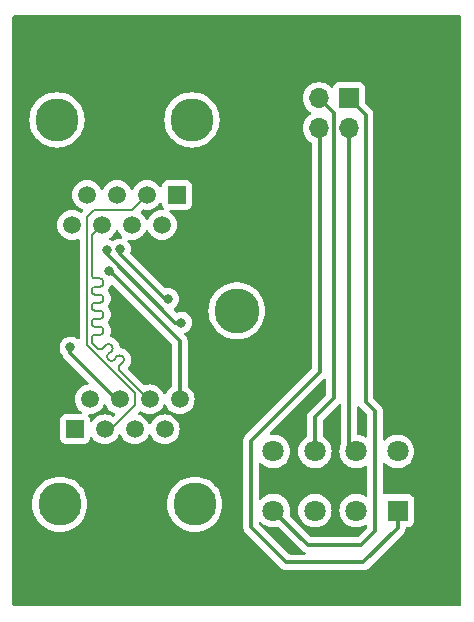
<source format=gbr>
%TF.GenerationSoftware,KiCad,Pcbnew,8.0.3*%
%TF.CreationDate,2024-12-07T23:26:36-06:00*%
%TF.ProjectId,CAN Over Ethernet,43414e20-4f76-4657-9220-45746865726e,rev?*%
%TF.SameCoordinates,Original*%
%TF.FileFunction,Copper,L2,Bot*%
%TF.FilePolarity,Positive*%
%FSLAX46Y46*%
G04 Gerber Fmt 4.6, Leading zero omitted, Abs format (unit mm)*
G04 Created by KiCad (PCBNEW 8.0.3) date 2024-12-07 23:26:36*
%MOMM*%
%LPD*%
G01*
G04 APERTURE LIST*
%TA.AperFunction,WasherPad*%
%ADD10C,3.650000*%
%TD*%
%TA.AperFunction,ComponentPad*%
%ADD11R,1.500000X1.500000*%
%TD*%
%TA.AperFunction,ComponentPad*%
%ADD12C,1.500000*%
%TD*%
%TA.AperFunction,ComponentPad*%
%ADD13C,3.800000*%
%TD*%
%TA.AperFunction,ComponentPad*%
%ADD14R,1.700000X1.700000*%
%TD*%
%TA.AperFunction,ComponentPad*%
%ADD15O,1.700000X1.700000*%
%TD*%
%TA.AperFunction,ComponentPad*%
%ADD16R,1.800000X1.800000*%
%TD*%
%TA.AperFunction,ComponentPad*%
%ADD17C,1.800000*%
%TD*%
%TA.AperFunction,ViaPad*%
%ADD18C,0.800000*%
%TD*%
%TA.AperFunction,Conductor*%
%ADD19C,0.300000*%
%TD*%
%TA.AperFunction,Conductor*%
%ADD20C,0.200000*%
%TD*%
G04 APERTURE END LIST*
D10*
%TO.P,J3,*%
%TO.N,*%
X91997500Y-51350000D03*
X80567500Y-51350000D03*
D11*
%TO.P,J3,1*%
%TO.N,/ETH_TX_P*%
X90727500Y-57700000D03*
D12*
%TO.P,J3,2*%
%TO.N,/ETH_TX_N*%
X89457500Y-60240000D03*
%TO.P,J3,3*%
%TO.N,/ETH_RX_P*%
X88187500Y-57700000D03*
%TO.P,J3,4*%
%TO.N,/CAN_H_UP*%
X86917500Y-60240000D03*
%TO.P,J3,5*%
%TO.N,/CAN_L_UP*%
X85647500Y-57700000D03*
%TO.P,J3,6*%
%TO.N,/ETH_RX_N*%
X84377500Y-60240000D03*
%TO.P,J3,7*%
%TO.N,/CAN_L_BCK*%
X83107500Y-57700000D03*
%TO.P,J3,8*%
%TO.N,/CAN_H_BCK*%
X81837500Y-60240000D03*
%TD*%
D13*
%TO.P,H1,1,1*%
%TO.N,unconnected-(H1-Pad1)*%
X95800000Y-67500000D03*
%TD*%
D10*
%TO.P,J1,*%
%TO.N,*%
X80802500Y-83887500D03*
X92232500Y-83887500D03*
D11*
%TO.P,J1,1*%
%TO.N,/ETH_TX_P*%
X82072500Y-77537500D03*
D12*
%TO.P,J1,2*%
%TO.N,/ETH_TX_N*%
X83342500Y-74997500D03*
%TO.P,J1,3*%
%TO.N,/ETH_RX_P*%
X84612500Y-77537500D03*
%TO.P,J1,4*%
%TO.N,/CAN_H_UP*%
X85882500Y-74997500D03*
%TO.P,J1,5*%
%TO.N,/CAN_L_UP*%
X87152500Y-77537500D03*
%TO.P,J1,6*%
%TO.N,/ETH_RX_N*%
X88422500Y-74997500D03*
%TO.P,J1,7*%
%TO.N,/CAN_L_BCK*%
X89692500Y-77537500D03*
%TO.P,J1,8*%
%TO.N,/CAN_H_BCK*%
X90962500Y-74997500D03*
%TD*%
D14*
%TO.P,J2,1,Pin_1*%
%TO.N,/CAN_H_UP*%
X105300000Y-49500000D03*
D15*
%TO.P,J2,2,Pin_2*%
%TO.N,/CAN_H_BCK*%
X105300000Y-52040000D03*
%TO.P,J2,3,Pin_3*%
%TO.N,/CAN_L_UP*%
X102760000Y-49500000D03*
%TO.P,J2,4,Pin_4*%
%TO.N,/CAN_L_BCK*%
X102760000Y-52040000D03*
%TD*%
D16*
%TO.P,J4,1,1.1*%
%TO.N,/CAN_L_BCK*%
X109400000Y-84417500D03*
D17*
%TO.P,J4,2,1.2*%
X109400000Y-79417500D03*
%TO.P,J4,3,2.1*%
%TO.N,/CAN_H_BCK*%
X105900000Y-84417500D03*
%TO.P,J4,4,2.2*%
X105900000Y-79417500D03*
%TO.P,J4,5,3.1*%
%TO.N,/CAN_L_UP*%
X102400000Y-84417500D03*
%TO.P,J4,6,3.2*%
X102400000Y-79417500D03*
%TO.P,J4,7,4.1*%
%TO.N,/CAN_H_UP*%
X98900000Y-84417500D03*
%TO.P,J4,8,4.2*%
X98900000Y-79417500D03*
%TD*%
D18*
%TO.N,/CAN_H_UP*%
X81700000Y-70600000D03*
%TO.N,/CAN_L_UP*%
X90000000Y-66500000D03*
X85900000Y-62300000D03*
%TO.N,/CAN_H_BCK*%
X85000000Y-64170009D03*
%TO.N,/CAN_L_BCK*%
X91100000Y-68500000D03*
X84812653Y-62400000D03*
%TD*%
D19*
%TO.N,/CAN_H_UP*%
X101800000Y-87317500D02*
X98900000Y-84417500D01*
X106700000Y-50900000D02*
X106700000Y-75217500D01*
X105300000Y-49500000D02*
X106700000Y-50900000D01*
X85597500Y-74997500D02*
X85882500Y-74997500D01*
X106700000Y-75217500D02*
X107500000Y-76017500D01*
X107500000Y-76017500D02*
X107500000Y-86117500D01*
X106300000Y-87317500D02*
X101800000Y-87317500D01*
X81700000Y-71100000D02*
X85597500Y-74997500D01*
X107500000Y-86117500D02*
X106300000Y-87317500D01*
X81700000Y-70600000D02*
X81700000Y-71100000D01*
%TO.N,/CAN_L_UP*%
X102400000Y-76500000D02*
X102400000Y-79417500D01*
X104000000Y-74900000D02*
X102400000Y-76500000D01*
X102760000Y-49500000D02*
X104000000Y-50740000D01*
X90000000Y-66500000D02*
X89700000Y-66500000D01*
X85900000Y-62700000D02*
X85900000Y-62300000D01*
X89700000Y-66500000D02*
X85900000Y-62700000D01*
X104000000Y-50740000D02*
X104000000Y-74900000D01*
%TO.N,/CAN_H_BCK*%
X90962500Y-70062500D02*
X90962500Y-74997500D01*
X105300000Y-78817500D02*
X105900000Y-79417500D01*
X85000000Y-64170009D02*
X85222491Y-64392500D01*
X85222491Y-64392500D02*
X85292500Y-64392500D01*
X105300000Y-52040000D02*
X105300000Y-78817500D01*
X85292500Y-64392500D02*
X90962500Y-70062500D01*
D20*
%TO.N,/ETH_RX_P*%
X83100000Y-70365686D02*
X87200000Y-74465686D01*
X83100000Y-59600000D02*
X83100000Y-67574945D01*
X86887500Y-59000000D02*
X83700000Y-59000000D01*
X88187500Y-57700000D02*
X86887500Y-59000000D01*
X83700000Y-59000000D02*
X83100000Y-59600000D01*
X83100000Y-67574945D02*
X83100000Y-67598379D01*
X83100000Y-67598379D02*
X83100000Y-70365686D01*
X87200000Y-75517500D02*
X85180000Y-77537500D01*
X87200000Y-74465686D02*
X87200000Y-75517500D01*
X85180000Y-77537500D02*
X84612500Y-77537500D01*
D19*
%TO.N,/CAN_L_BCK*%
X84812653Y-62737750D02*
X84812653Y-62400000D01*
X102760000Y-52040000D02*
X102800000Y-52080000D01*
X91100000Y-68500000D02*
X90574903Y-68500000D01*
X109400000Y-85917500D02*
X109400000Y-84417500D01*
X97000000Y-85817500D02*
X100000000Y-88817500D01*
X97000000Y-78500000D02*
X97000000Y-85817500D01*
X90574903Y-68500000D02*
X84812653Y-62737750D01*
X100000000Y-88817500D02*
X106500000Y-88817500D01*
X102800000Y-52080000D02*
X102800000Y-72700000D01*
X102800000Y-72700000D02*
X97000000Y-78500000D01*
X106500000Y-88817500D02*
X109400000Y-85917500D01*
D20*
%TO.N,/ETH_RX_N*%
X83500000Y-69804000D02*
X83500000Y-70200000D01*
X88280000Y-74997500D02*
X88422500Y-74997500D01*
X83500000Y-68444000D02*
X83500000Y-68580000D01*
X83772000Y-66132000D02*
X84228000Y-66132000D01*
X83500000Y-67084000D02*
X83500000Y-67220000D01*
X83600000Y-61000000D02*
X83500000Y-61100000D01*
X85362518Y-71677852D02*
X85684959Y-71355412D01*
X84400853Y-70716187D02*
X84723294Y-70393747D01*
X85843349Y-72543349D02*
X87600000Y-74300000D01*
X84500000Y-65044000D02*
X84500000Y-65180000D01*
X86165791Y-71836244D02*
X85843349Y-72158683D01*
X85204126Y-70874579D02*
X84881684Y-71197018D01*
X84228000Y-66812000D02*
X83772000Y-66812000D01*
X83500000Y-65724000D02*
X83500000Y-65860000D01*
X84500000Y-69124000D02*
X84500000Y-69260000D01*
X84228000Y-65452000D02*
X83772000Y-65452000D01*
X84228000Y-68172000D02*
X83772000Y-68172000D01*
X83772000Y-68852000D02*
X84228000Y-68852000D01*
X87600000Y-74317500D02*
X88280000Y-74997500D01*
X83772000Y-64772000D02*
X84228000Y-64772000D01*
X83500000Y-70200000D02*
X84016187Y-70716187D01*
X85107960Y-70393747D02*
X85204126Y-70489913D01*
X83500000Y-61100000D02*
X83500000Y-64500000D01*
X84377500Y-60240000D02*
X83617500Y-61000000D01*
X84228000Y-69532000D02*
X83772000Y-69532000D01*
X83772000Y-67492000D02*
X84228000Y-67492000D01*
X83617500Y-61000000D02*
X83600000Y-61000000D01*
X86069625Y-71355412D02*
X86165791Y-71451578D01*
X84881684Y-71581684D02*
X84977852Y-71677852D01*
X84500000Y-66404000D02*
X84500000Y-66540000D01*
X84500000Y-67764000D02*
X84500000Y-67900000D01*
X84500000Y-65180000D02*
G75*
G02*
X84228000Y-65452000I-272000J0D01*
G01*
X84016187Y-70716187D02*
G75*
G03*
X84400853Y-70716187I192333J192333D01*
G01*
X84228000Y-67492000D02*
G75*
G02*
X84500000Y-67764000I0J-272000D01*
G01*
X84723294Y-70393747D02*
G75*
G02*
X85107960Y-70393747I192333J-192333D01*
G01*
X83500000Y-64500000D02*
G75*
G03*
X83772000Y-64772000I272000J0D01*
G01*
X83772000Y-69532000D02*
G75*
G03*
X83500000Y-69804000I0J-272000D01*
G01*
X84500000Y-67900000D02*
G75*
G02*
X84228000Y-68172000I-272000J0D01*
G01*
X83772000Y-65452000D02*
G75*
G03*
X83500000Y-65724000I0J-272000D01*
G01*
X85843349Y-72158683D02*
G75*
G03*
X85843365Y-72543333I192351J-192317D01*
G01*
X84881684Y-71197018D02*
G75*
G03*
X84881635Y-71581733I192316J-192382D01*
G01*
X85204126Y-70489913D02*
G75*
G02*
X85204080Y-70874533I-192326J-192287D01*
G01*
X86165791Y-71451578D02*
G75*
G02*
X86165780Y-71836233I-192291J-192322D01*
G01*
X84228000Y-68852000D02*
G75*
G02*
X84500000Y-69124000I0J-272000D01*
G01*
X84228000Y-64772000D02*
G75*
G02*
X84500000Y-65044000I0J-272000D01*
G01*
X83500000Y-68580000D02*
G75*
G03*
X83772000Y-68852000I272000J0D01*
G01*
X84500000Y-69260000D02*
G75*
G02*
X84228000Y-69532000I-272000J0D01*
G01*
X85684959Y-71355412D02*
G75*
G02*
X86069625Y-71355412I192333J-192333D01*
G01*
X83772000Y-68172000D02*
G75*
G03*
X83500000Y-68444000I0J-272000D01*
G01*
X84228000Y-66132000D02*
G75*
G02*
X84500000Y-66404000I0J-272000D01*
G01*
X84977852Y-71677852D02*
G75*
G03*
X85362518Y-71677852I192333J192333D01*
G01*
X83500000Y-67220000D02*
G75*
G03*
X83772000Y-67492000I272000J0D01*
G01*
X83772000Y-66812000D02*
G75*
G03*
X83500000Y-67084000I0J-272000D01*
G01*
X84500000Y-66540000D02*
G75*
G02*
X84228000Y-66812000I-272000J0D01*
G01*
X83500000Y-65860000D02*
G75*
G03*
X83772000Y-66132000I272000J0D01*
G01*
%TD*%
%TA.AperFunction,NonConductor*%
G36*
X114743039Y-42519685D02*
G01*
X114788794Y-42572489D01*
X114800000Y-42624000D01*
X114800000Y-92376000D01*
X114780315Y-92443039D01*
X114727511Y-92488794D01*
X114676000Y-92500000D01*
X76924000Y-92500000D01*
X76856961Y-92480315D01*
X76811206Y-92427511D01*
X76800000Y-92376000D01*
X76800000Y-83887500D01*
X78463993Y-83887500D01*
X78483999Y-84192734D01*
X78484000Y-84192746D01*
X78543673Y-84492739D01*
X78543675Y-84492747D01*
X78642002Y-84782411D01*
X78777291Y-85056750D01*
X78861680Y-85183046D01*
X78930193Y-85285584D01*
X78947239Y-85311094D01*
X79148925Y-85541074D01*
X79301312Y-85674713D01*
X79378907Y-85742762D01*
X79633246Y-85912706D01*
X79633249Y-85912708D01*
X79829668Y-86009571D01*
X79907592Y-86047999D01*
X80197250Y-86146324D01*
X80197259Y-86146325D01*
X80197260Y-86146326D01*
X80497253Y-86205999D01*
X80497254Y-86205999D01*
X80497264Y-86206001D01*
X80802500Y-86226007D01*
X81107736Y-86206001D01*
X81407750Y-86146324D01*
X81697408Y-86047999D01*
X81971754Y-85912706D01*
X82226093Y-85742762D01*
X82456074Y-85541074D01*
X82657762Y-85311093D01*
X82827706Y-85056754D01*
X82962999Y-84782408D01*
X83061324Y-84492750D01*
X83121001Y-84192736D01*
X83141007Y-83887500D01*
X89893993Y-83887500D01*
X89913999Y-84192734D01*
X89914000Y-84192746D01*
X89973673Y-84492739D01*
X89973675Y-84492747D01*
X90072002Y-84782411D01*
X90207291Y-85056750D01*
X90291680Y-85183046D01*
X90360193Y-85285584D01*
X90377239Y-85311094D01*
X90578925Y-85541074D01*
X90731312Y-85674713D01*
X90808907Y-85742762D01*
X91063246Y-85912706D01*
X91063249Y-85912708D01*
X91259668Y-86009571D01*
X91337592Y-86047999D01*
X91627250Y-86146324D01*
X91627259Y-86146325D01*
X91627260Y-86146326D01*
X91927253Y-86205999D01*
X91927254Y-86205999D01*
X91927264Y-86206001D01*
X92232500Y-86226007D01*
X92537736Y-86206001D01*
X92837750Y-86146324D01*
X93127408Y-86047999D01*
X93401754Y-85912706D01*
X93447171Y-85882359D01*
X96341499Y-85882359D01*
X96366804Y-86009571D01*
X96366806Y-86009577D01*
X96416443Y-86129413D01*
X96416447Y-86129420D01*
X96488510Y-86237271D01*
X99580227Y-89328988D01*
X99580231Y-89328991D01*
X99688076Y-89401051D01*
X99688080Y-89401053D01*
X99688083Y-89401055D01*
X99807923Y-89450695D01*
X99914036Y-89471801D01*
X99935143Y-89476000D01*
X106564859Y-89476000D01*
X106650444Y-89458975D01*
X106692077Y-89450694D01*
X106811917Y-89401055D01*
X106919769Y-89328991D01*
X109911490Y-86337269D01*
X109929993Y-86309577D01*
X109983555Y-86229417D01*
X110033194Y-86109577D01*
X110058500Y-85982357D01*
X110058500Y-85950000D01*
X110078185Y-85882961D01*
X110130989Y-85837206D01*
X110182500Y-85826000D01*
X110348638Y-85826000D01*
X110348654Y-85825999D01*
X110375692Y-85823091D01*
X110409201Y-85819489D01*
X110412258Y-85818349D01*
X110423768Y-85814055D01*
X110546204Y-85768389D01*
X110663261Y-85680761D01*
X110750889Y-85563704D01*
X110801989Y-85426701D01*
X110805591Y-85393192D01*
X110808499Y-85366154D01*
X110808500Y-85366137D01*
X110808500Y-83468862D01*
X110808499Y-83468845D01*
X110805157Y-83437770D01*
X110801989Y-83408299D01*
X110790570Y-83377685D01*
X110754975Y-83282252D01*
X110750889Y-83271296D01*
X110663261Y-83154239D01*
X110546204Y-83066611D01*
X110409203Y-83015511D01*
X110348654Y-83009000D01*
X110348638Y-83009000D01*
X108451362Y-83009000D01*
X108451345Y-83009000D01*
X108390798Y-83015510D01*
X108325834Y-83039742D01*
X108256143Y-83044726D01*
X108194819Y-83011242D01*
X108161334Y-82949919D01*
X108158500Y-82923560D01*
X108158500Y-80466292D01*
X108178185Y-80399253D01*
X108230989Y-80353498D01*
X108300147Y-80343554D01*
X108363703Y-80372579D01*
X108373720Y-80382299D01*
X108442780Y-80457318D01*
X108626983Y-80600690D01*
X108626985Y-80600691D01*
X108626988Y-80600693D01*
X108641516Y-80608555D01*
X108832273Y-80711787D01*
X108946914Y-80751143D01*
X109053045Y-80787579D01*
X109053047Y-80787579D01*
X109053049Y-80787580D01*
X109283288Y-80826000D01*
X109283289Y-80826000D01*
X109516711Y-80826000D01*
X109516712Y-80826000D01*
X109746951Y-80787580D01*
X109967727Y-80711787D01*
X110173017Y-80600690D01*
X110357220Y-80457318D01*
X110515314Y-80285583D01*
X110642984Y-80090169D01*
X110736749Y-79876407D01*
X110794051Y-79650126D01*
X110813327Y-79417500D01*
X110794051Y-79184874D01*
X110736749Y-78958593D01*
X110642984Y-78744831D01*
X110515314Y-78549417D01*
X110515313Y-78549415D01*
X110357223Y-78377685D01*
X110357222Y-78377684D01*
X110357220Y-78377682D01*
X110173017Y-78234310D01*
X110173015Y-78234309D01*
X110173014Y-78234308D01*
X110173011Y-78234306D01*
X109967733Y-78123216D01*
X109967730Y-78123215D01*
X109967727Y-78123213D01*
X109967721Y-78123211D01*
X109967719Y-78123210D01*
X109746954Y-78047420D01*
X109568261Y-78017602D01*
X109516712Y-78009000D01*
X109283288Y-78009000D01*
X109237911Y-78016572D01*
X109053045Y-78047420D01*
X108832280Y-78123210D01*
X108832266Y-78123216D01*
X108626988Y-78234306D01*
X108626985Y-78234308D01*
X108442781Y-78377680D01*
X108373729Y-78452691D01*
X108313842Y-78488681D01*
X108244004Y-78486580D01*
X108186388Y-78447056D01*
X108159287Y-78382656D01*
X108158500Y-78368707D01*
X108158500Y-75952640D01*
X108133195Y-75825428D01*
X108133194Y-75825427D01*
X108133194Y-75825423D01*
X108083555Y-75705583D01*
X108011491Y-75597731D01*
X108011489Y-75597728D01*
X107394819Y-74981058D01*
X107361334Y-74919735D01*
X107358500Y-74893377D01*
X107358500Y-50835140D01*
X107333195Y-50707928D01*
X107333194Y-50707927D01*
X107333194Y-50707923D01*
X107283555Y-50588083D01*
X107256721Y-50547923D01*
X107256721Y-50547922D01*
X107256719Y-50547921D01*
X107211491Y-50480231D01*
X107211488Y-50480227D01*
X106694819Y-49963558D01*
X106661334Y-49902235D01*
X106658500Y-49875877D01*
X106658500Y-48601362D01*
X106658499Y-48601345D01*
X106654672Y-48565759D01*
X106651989Y-48540799D01*
X106600889Y-48403796D01*
X106513261Y-48286739D01*
X106396204Y-48199111D01*
X106259203Y-48148011D01*
X106198654Y-48141500D01*
X106198638Y-48141500D01*
X104401362Y-48141500D01*
X104401345Y-48141500D01*
X104340797Y-48148011D01*
X104340795Y-48148011D01*
X104203795Y-48199111D01*
X104086739Y-48286739D01*
X103999111Y-48403795D01*
X103953861Y-48525111D01*
X103911989Y-48581044D01*
X103846524Y-48605460D01*
X103778252Y-48590607D01*
X103746454Y-48565762D01*
X103683240Y-48497094D01*
X103505576Y-48358811D01*
X103505575Y-48358810D01*
X103505572Y-48358808D01*
X103307580Y-48251661D01*
X103307577Y-48251659D01*
X103307574Y-48251658D01*
X103307571Y-48251657D01*
X103307569Y-48251656D01*
X103094637Y-48178556D01*
X102872569Y-48141500D01*
X102647431Y-48141500D01*
X102425362Y-48178556D01*
X102212430Y-48251656D01*
X102212419Y-48251661D01*
X102014427Y-48358808D01*
X102014422Y-48358812D01*
X101836761Y-48497092D01*
X101836756Y-48497097D01*
X101684284Y-48662723D01*
X101684276Y-48662734D01*
X101561140Y-48851207D01*
X101470703Y-49057385D01*
X101415436Y-49275628D01*
X101415434Y-49275640D01*
X101396844Y-49499994D01*
X101396844Y-49500005D01*
X101415434Y-49724359D01*
X101415436Y-49724371D01*
X101470703Y-49942614D01*
X101561140Y-50148792D01*
X101684276Y-50337265D01*
X101684284Y-50337276D01*
X101836756Y-50502902D01*
X101836760Y-50502906D01*
X102014424Y-50641189D01*
X102014429Y-50641191D01*
X102014431Y-50641193D01*
X102050930Y-50660946D01*
X102100520Y-50710165D01*
X102115628Y-50778382D01*
X102091457Y-50843937D01*
X102050930Y-50879054D01*
X102014431Y-50898806D01*
X102014422Y-50898812D01*
X101836761Y-51037092D01*
X101836756Y-51037097D01*
X101684284Y-51202723D01*
X101684276Y-51202734D01*
X101561140Y-51391207D01*
X101470703Y-51597385D01*
X101415436Y-51815628D01*
X101415434Y-51815640D01*
X101396844Y-52039994D01*
X101396844Y-52040005D01*
X101415434Y-52264359D01*
X101415436Y-52264371D01*
X101470703Y-52482614D01*
X101561140Y-52688792D01*
X101684276Y-52877265D01*
X101684284Y-52877276D01*
X101836756Y-53042902D01*
X101836760Y-53042906D01*
X102014424Y-53181189D01*
X102076518Y-53214792D01*
X102126107Y-53264009D01*
X102141500Y-53323846D01*
X102141500Y-72375878D01*
X102121815Y-72442917D01*
X102105181Y-72463559D01*
X96488508Y-78080231D01*
X96488506Y-78080233D01*
X96472274Y-78104529D01*
X96472272Y-78104532D01*
X96416448Y-78188077D01*
X96416441Y-78188089D01*
X96366807Y-78307918D01*
X96366804Y-78307928D01*
X96341500Y-78435140D01*
X96341500Y-78435143D01*
X96341500Y-85752643D01*
X96341500Y-85882357D01*
X96341500Y-85882359D01*
X96341499Y-85882359D01*
X93447171Y-85882359D01*
X93656093Y-85742762D01*
X93886074Y-85541074D01*
X94087762Y-85311093D01*
X94257706Y-85056754D01*
X94392999Y-84782408D01*
X94491324Y-84492750D01*
X94551001Y-84192736D01*
X94571007Y-83887500D01*
X94551001Y-83582264D01*
X94491324Y-83282250D01*
X94392999Y-82992592D01*
X94358956Y-82923560D01*
X94257711Y-82718256D01*
X94257702Y-82718241D01*
X94255413Y-82714816D01*
X94087762Y-82463907D01*
X94043572Y-82413518D01*
X93886074Y-82233925D01*
X93656094Y-82032239D01*
X93401750Y-81862291D01*
X93127411Y-81727002D01*
X92837747Y-81628675D01*
X92837739Y-81628673D01*
X92537746Y-81569000D01*
X92537737Y-81568999D01*
X92537736Y-81568999D01*
X92232500Y-81548993D01*
X91927264Y-81568999D01*
X91927263Y-81568999D01*
X91927253Y-81569000D01*
X91627260Y-81628673D01*
X91627252Y-81628675D01*
X91337588Y-81727002D01*
X91063256Y-81862288D01*
X91063241Y-81862297D01*
X90808905Y-82032239D01*
X90578925Y-82233925D01*
X90377239Y-82463905D01*
X90207297Y-82718241D01*
X90207288Y-82718256D01*
X90072002Y-82992588D01*
X89973675Y-83282252D01*
X89973673Y-83282260D01*
X89914000Y-83582253D01*
X89913999Y-83582265D01*
X89893993Y-83887500D01*
X83141007Y-83887500D01*
X83121001Y-83582264D01*
X83061324Y-83282250D01*
X82962999Y-82992592D01*
X82928956Y-82923560D01*
X82827711Y-82718256D01*
X82827702Y-82718241D01*
X82825413Y-82714816D01*
X82657762Y-82463907D01*
X82613572Y-82413518D01*
X82456074Y-82233925D01*
X82226094Y-82032239D01*
X81971750Y-81862291D01*
X81697411Y-81727002D01*
X81407747Y-81628675D01*
X81407739Y-81628673D01*
X81107746Y-81569000D01*
X81107737Y-81568999D01*
X81107736Y-81568999D01*
X80802500Y-81548993D01*
X80497264Y-81568999D01*
X80497263Y-81568999D01*
X80497253Y-81569000D01*
X80197260Y-81628673D01*
X80197252Y-81628675D01*
X79907588Y-81727002D01*
X79633256Y-81862288D01*
X79633241Y-81862297D01*
X79378905Y-82032239D01*
X79148925Y-82233925D01*
X78947239Y-82463905D01*
X78777297Y-82718241D01*
X78777288Y-82718256D01*
X78642002Y-82992588D01*
X78543675Y-83282252D01*
X78543673Y-83282260D01*
X78484000Y-83582253D01*
X78483999Y-83582265D01*
X78463993Y-83887500D01*
X76800000Y-83887500D01*
X76800000Y-60239997D01*
X80574193Y-60239997D01*
X80574193Y-60240000D01*
X80593385Y-60459371D01*
X80650380Y-60672076D01*
X80650381Y-60672079D01*
X80650382Y-60672081D01*
X80679882Y-60735344D01*
X80743444Y-60871654D01*
X80869751Y-61052038D01*
X81025462Y-61207749D01*
X81205846Y-61334056D01*
X81405424Y-61427120D01*
X81618129Y-61484115D01*
X81770038Y-61497405D01*
X81837498Y-61503307D01*
X81837500Y-61503307D01*
X81837502Y-61503307D01*
X81892342Y-61498509D01*
X82056871Y-61484115D01*
X82269576Y-61427120D01*
X82315095Y-61405893D01*
X82384173Y-61395402D01*
X82447957Y-61423922D01*
X82486196Y-61482398D01*
X82491500Y-61518276D01*
X82491500Y-69808727D01*
X82471815Y-69875766D01*
X82419011Y-69921521D01*
X82349853Y-69931465D01*
X82294615Y-69909045D01*
X82156756Y-69808884D01*
X82156752Y-69808882D01*
X81982288Y-69731206D01*
X81982286Y-69731205D01*
X81982285Y-69731205D01*
X81795487Y-69691500D01*
X81604513Y-69691500D01*
X81417714Y-69731205D01*
X81330480Y-69770044D01*
X81250189Y-69805792D01*
X81243246Y-69808883D01*
X81088745Y-69921135D01*
X80960959Y-70063057D01*
X80865473Y-70228443D01*
X80865470Y-70228450D01*
X80814077Y-70386622D01*
X80806458Y-70410072D01*
X80786496Y-70600000D01*
X80806458Y-70789928D01*
X80806459Y-70789931D01*
X80865470Y-70971549D01*
X80865473Y-70971556D01*
X80960960Y-71136944D01*
X81034396Y-71218503D01*
X81063861Y-71277279D01*
X81066803Y-71292067D01*
X81066805Y-71292075D01*
X81116443Y-71411913D01*
X81116447Y-71411920D01*
X81188510Y-71519771D01*
X81188511Y-71519772D01*
X83210038Y-73541298D01*
X83243523Y-73602621D01*
X83238539Y-73672313D01*
X83196667Y-73728246D01*
X83133165Y-73752507D01*
X83123133Y-73753384D01*
X83123127Y-73753385D01*
X82910420Y-73810381D01*
X82710846Y-73903444D01*
X82710842Y-73903446D01*
X82530467Y-74029747D01*
X82530460Y-74029752D01*
X82374752Y-74185460D01*
X82374747Y-74185467D01*
X82248446Y-74365842D01*
X82248444Y-74365846D01*
X82155381Y-74565420D01*
X82098385Y-74778127D01*
X82098384Y-74778134D01*
X82079193Y-74997497D01*
X82079193Y-74997502D01*
X82097951Y-75211917D01*
X82098385Y-75216871D01*
X82155380Y-75429576D01*
X82155381Y-75429579D01*
X82155382Y-75429581D01*
X82248442Y-75629150D01*
X82248444Y-75629154D01*
X82374751Y-75809538D01*
X82530462Y-75965249D01*
X82656390Y-76053425D01*
X82700015Y-76108003D01*
X82707207Y-76177501D01*
X82675685Y-76239856D01*
X82615455Y-76275269D01*
X82585266Y-76279000D01*
X81273845Y-76279000D01*
X81213297Y-76285511D01*
X81213295Y-76285511D01*
X81076295Y-76336611D01*
X80959239Y-76424239D01*
X80871611Y-76541295D01*
X80820511Y-76678295D01*
X80820511Y-76678297D01*
X80814000Y-76738845D01*
X80814000Y-78336154D01*
X80820511Y-78396702D01*
X80820511Y-78396704D01*
X80871611Y-78533704D01*
X80959239Y-78650761D01*
X81076296Y-78738389D01*
X81213299Y-78789489D01*
X81240550Y-78792418D01*
X81273845Y-78795999D01*
X81273862Y-78796000D01*
X82871138Y-78796000D01*
X82871154Y-78795999D01*
X82898192Y-78793091D01*
X82931701Y-78789489D01*
X83068704Y-78738389D01*
X83185761Y-78650761D01*
X83273389Y-78533704D01*
X83324489Y-78396701D01*
X83328091Y-78363192D01*
X83330999Y-78336154D01*
X83331000Y-78336137D01*
X83331000Y-78294733D01*
X83350685Y-78227694D01*
X83403489Y-78181939D01*
X83472647Y-78171995D01*
X83536203Y-78201020D01*
X83556570Y-78223604D01*
X83644751Y-78349538D01*
X83800462Y-78505249D01*
X83980846Y-78631556D01*
X84180424Y-78724620D01*
X84393129Y-78781615D01*
X84549822Y-78795323D01*
X84612498Y-78800807D01*
X84612500Y-78800807D01*
X84612502Y-78800807D01*
X84667457Y-78795999D01*
X84831871Y-78781615D01*
X85044576Y-78724620D01*
X85244154Y-78631556D01*
X85424538Y-78505249D01*
X85580249Y-78349538D01*
X85706556Y-78169154D01*
X85770118Y-78032844D01*
X85816290Y-77980404D01*
X85883483Y-77961252D01*
X85950365Y-77981467D01*
X85994882Y-78032844D01*
X86056733Y-78165486D01*
X86058444Y-78169154D01*
X86184751Y-78349538D01*
X86340462Y-78505249D01*
X86520846Y-78631556D01*
X86720424Y-78724620D01*
X86933129Y-78781615D01*
X87089822Y-78795323D01*
X87152498Y-78800807D01*
X87152500Y-78800807D01*
X87152502Y-78800807D01*
X87207457Y-78795999D01*
X87371871Y-78781615D01*
X87584576Y-78724620D01*
X87784154Y-78631556D01*
X87964538Y-78505249D01*
X88120249Y-78349538D01*
X88246556Y-78169154D01*
X88310118Y-78032844D01*
X88356290Y-77980404D01*
X88423483Y-77961252D01*
X88490365Y-77981467D01*
X88534882Y-78032844D01*
X88596733Y-78165486D01*
X88598444Y-78169154D01*
X88724751Y-78349538D01*
X88880462Y-78505249D01*
X89060846Y-78631556D01*
X89260424Y-78724620D01*
X89473129Y-78781615D01*
X89629822Y-78795323D01*
X89692498Y-78800807D01*
X89692500Y-78800807D01*
X89692502Y-78800807D01*
X89747457Y-78795999D01*
X89911871Y-78781615D01*
X90124576Y-78724620D01*
X90324154Y-78631556D01*
X90504538Y-78505249D01*
X90660249Y-78349538D01*
X90786556Y-78169154D01*
X90879620Y-77969576D01*
X90936615Y-77756871D01*
X90955807Y-77537500D01*
X90936615Y-77318129D01*
X90879620Y-77105424D01*
X90786556Y-76905847D01*
X90786554Y-76905844D01*
X90786553Y-76905842D01*
X90682390Y-76757083D01*
X90660249Y-76725462D01*
X90504538Y-76569751D01*
X90324154Y-76443444D01*
X90315945Y-76439616D01*
X90124581Y-76350382D01*
X90124579Y-76350381D01*
X90124576Y-76350380D01*
X89973277Y-76309839D01*
X89911872Y-76293385D01*
X89911865Y-76293384D01*
X89692502Y-76274193D01*
X89692498Y-76274193D01*
X89473134Y-76293384D01*
X89473127Y-76293385D01*
X89260420Y-76350381D01*
X89060846Y-76443444D01*
X89060842Y-76443446D01*
X88880467Y-76569747D01*
X88880460Y-76569752D01*
X88724752Y-76725460D01*
X88724747Y-76725467D01*
X88598446Y-76905842D01*
X88598444Y-76905846D01*
X88534882Y-77042157D01*
X88488710Y-77094596D01*
X88421516Y-77113748D01*
X88354635Y-77093532D01*
X88310118Y-77042157D01*
X88246556Y-76905847D01*
X88246554Y-76905844D01*
X88246553Y-76905842D01*
X88142390Y-76757083D01*
X88120249Y-76725462D01*
X87964538Y-76569751D01*
X87784154Y-76443444D01*
X87775945Y-76439616D01*
X87584581Y-76350382D01*
X87584579Y-76350381D01*
X87584576Y-76350380D01*
X87510544Y-76330542D01*
X87450885Y-76294178D01*
X87420357Y-76231331D01*
X87428652Y-76161956D01*
X87454956Y-76123091D01*
X87538265Y-76039782D01*
X87599586Y-76006299D01*
X87669278Y-76011283D01*
X87697064Y-76025888D01*
X87790846Y-76091556D01*
X87990424Y-76184620D01*
X88203129Y-76241615D01*
X88359822Y-76255323D01*
X88422498Y-76260807D01*
X88422500Y-76260807D01*
X88422502Y-76260807D01*
X88477342Y-76256009D01*
X88641871Y-76241615D01*
X88854576Y-76184620D01*
X89054154Y-76091556D01*
X89234538Y-75965249D01*
X89390249Y-75809538D01*
X89516556Y-75629154D01*
X89580118Y-75492844D01*
X89626290Y-75440404D01*
X89693483Y-75421252D01*
X89760365Y-75441467D01*
X89804882Y-75492844D01*
X89858624Y-75608096D01*
X89868444Y-75629154D01*
X89994751Y-75809538D01*
X90150462Y-75965249D01*
X90330846Y-76091556D01*
X90530424Y-76184620D01*
X90743129Y-76241615D01*
X90899822Y-76255323D01*
X90962498Y-76260807D01*
X90962500Y-76260807D01*
X90962502Y-76260807D01*
X91017342Y-76256009D01*
X91181871Y-76241615D01*
X91394576Y-76184620D01*
X91594154Y-76091556D01*
X91774538Y-75965249D01*
X91930249Y-75809538D01*
X92056556Y-75629154D01*
X92149620Y-75429576D01*
X92206615Y-75216871D01*
X92225807Y-74997500D01*
X92206615Y-74778129D01*
X92149620Y-74565424D01*
X92056556Y-74365847D01*
X92056554Y-74365844D01*
X92056553Y-74365842D01*
X91993402Y-74275654D01*
X91930249Y-74185462D01*
X91774538Y-74029751D01*
X91774533Y-74029747D01*
X91774530Y-74029745D01*
X91673876Y-73959265D01*
X91630251Y-73904688D01*
X91621000Y-73857691D01*
X91621000Y-69997640D01*
X91595695Y-69870428D01*
X91595694Y-69870427D01*
X91595694Y-69870423D01*
X91546055Y-69750583D01*
X91533108Y-69731206D01*
X91533108Y-69731205D01*
X91473992Y-69642732D01*
X91472138Y-69640878D01*
X91383769Y-69552509D01*
X91350286Y-69491189D01*
X91355270Y-69421497D01*
X91397141Y-69365563D01*
X91421011Y-69351553D01*
X91556752Y-69291118D01*
X91711253Y-69178866D01*
X91839040Y-69036944D01*
X91934527Y-68871556D01*
X91993542Y-68689928D01*
X92013504Y-68500000D01*
X91993542Y-68310072D01*
X91934527Y-68128444D01*
X91839040Y-67963056D01*
X91711253Y-67821134D01*
X91556752Y-67708882D01*
X91382288Y-67631206D01*
X91382286Y-67631205D01*
X91195487Y-67591500D01*
X91004513Y-67591500D01*
X90817713Y-67631205D01*
X90817708Y-67631207D01*
X90770777Y-67652101D01*
X90701527Y-67661384D01*
X90638251Y-67631753D01*
X90632664Y-67626501D01*
X90506157Y-67499994D01*
X93386738Y-67499994D01*
X93386738Y-67500005D01*
X93405765Y-67802451D01*
X93405766Y-67802455D01*
X93405766Y-67802459D01*
X93405767Y-67802462D01*
X93462555Y-68100154D01*
X93462557Y-68100159D01*
X93556203Y-68388374D01*
X93556204Y-68388375D01*
X93556206Y-68388381D01*
X93685242Y-68662598D01*
X93685246Y-68662605D01*
X93685247Y-68662606D01*
X93847626Y-68918475D01*
X93847629Y-68918479D01*
X93847630Y-68918480D01*
X94040808Y-69151992D01*
X94188963Y-69291118D01*
X94261727Y-69359448D01*
X94261737Y-69359456D01*
X94506898Y-69537576D01*
X94506903Y-69537578D01*
X94506910Y-69537584D01*
X94772483Y-69683585D01*
X94772488Y-69683587D01*
X94772490Y-69683588D01*
X94772491Y-69683589D01*
X95054257Y-69795148D01*
X95054260Y-69795149D01*
X95107748Y-69808882D01*
X95347800Y-69870516D01*
X95495028Y-69889115D01*
X95648460Y-69908499D01*
X95648466Y-69908499D01*
X95648470Y-69908500D01*
X95648472Y-69908500D01*
X95951528Y-69908500D01*
X95951530Y-69908500D01*
X95951535Y-69908499D01*
X95951539Y-69908499D01*
X96031357Y-69898415D01*
X96252200Y-69870516D01*
X96545739Y-69795149D01*
X96545742Y-69795148D01*
X96827508Y-69683589D01*
X96827509Y-69683588D01*
X96827507Y-69683588D01*
X96827517Y-69683585D01*
X97093090Y-69537584D01*
X97338271Y-69359450D01*
X97559192Y-69151992D01*
X97752370Y-68918480D01*
X97914758Y-68662598D01*
X98043794Y-68388381D01*
X98137445Y-68100154D01*
X98194233Y-67802462D01*
X98194234Y-67802451D01*
X98213262Y-67500005D01*
X98213262Y-67499994D01*
X98194234Y-67197548D01*
X98194233Y-67197544D01*
X98194233Y-67197538D01*
X98137445Y-66899846D01*
X98043794Y-66611619D01*
X97914758Y-66337402D01*
X97782149Y-66128444D01*
X97752373Y-66081524D01*
X97674117Y-65986929D01*
X97559192Y-65848008D01*
X97338271Y-65640550D01*
X97338268Y-65640548D01*
X97338262Y-65640543D01*
X97093101Y-65462423D01*
X97093094Y-65462418D01*
X97093090Y-65462416D01*
X96827517Y-65316415D01*
X96827514Y-65316413D01*
X96827509Y-65316411D01*
X96827508Y-65316410D01*
X96545742Y-65204851D01*
X96545739Y-65204850D01*
X96252197Y-65129483D01*
X95951539Y-65091500D01*
X95951530Y-65091500D01*
X95648470Y-65091500D01*
X95648460Y-65091500D01*
X95347802Y-65129483D01*
X95054260Y-65204850D01*
X95054257Y-65204851D01*
X94772491Y-65316410D01*
X94772490Y-65316411D01*
X94506910Y-65462416D01*
X94506898Y-65462423D01*
X94261737Y-65640543D01*
X94261727Y-65640551D01*
X94040810Y-65848006D01*
X94040808Y-65848008D01*
X93976415Y-65925845D01*
X93847626Y-66081524D01*
X93685247Y-66337393D01*
X93685244Y-66337397D01*
X93685242Y-66337402D01*
X93556206Y-66611619D01*
X93556204Y-66611624D01*
X93556203Y-66611625D01*
X93496029Y-66796824D01*
X93462555Y-66899846D01*
X93427596Y-67083109D01*
X93405766Y-67197544D01*
X93405765Y-67197548D01*
X93386738Y-67499994D01*
X90506157Y-67499994D01*
X90467049Y-67460886D01*
X90433564Y-67399563D01*
X90438548Y-67329871D01*
X90480420Y-67273938D01*
X90481798Y-67272920D01*
X90611253Y-67178866D01*
X90739040Y-67036944D01*
X90834527Y-66871556D01*
X90893542Y-66689928D01*
X90913504Y-66500000D01*
X90893542Y-66310072D01*
X90834527Y-66128444D01*
X90739040Y-65963056D01*
X90611253Y-65821134D01*
X90456752Y-65708882D01*
X90282288Y-65631206D01*
X90282286Y-65631205D01*
X90095487Y-65591500D01*
X89904513Y-65591500D01*
X89820472Y-65609362D01*
X89750807Y-65604046D01*
X89707013Y-65575753D01*
X86805005Y-62673745D01*
X86771520Y-62612422D01*
X86774754Y-62547748D01*
X86793542Y-62489928D01*
X86813504Y-62300000D01*
X86793542Y-62110072D01*
X86734527Y-61928444D01*
X86639040Y-61763056D01*
X86569337Y-61685642D01*
X86539107Y-61622650D01*
X86547733Y-61553315D01*
X86592474Y-61499649D01*
X86659127Y-61478692D01*
X86693583Y-61482896D01*
X86698129Y-61484115D01*
X86844376Y-61496909D01*
X86917498Y-61503307D01*
X86917500Y-61503307D01*
X86917502Y-61503307D01*
X86972342Y-61498509D01*
X87136871Y-61484115D01*
X87349576Y-61427120D01*
X87549154Y-61334056D01*
X87729538Y-61207749D01*
X87885249Y-61052038D01*
X88011556Y-60871654D01*
X88075118Y-60735344D01*
X88121290Y-60682904D01*
X88188483Y-60663752D01*
X88255365Y-60683967D01*
X88299882Y-60735344D01*
X88363444Y-60871654D01*
X88489751Y-61052038D01*
X88645462Y-61207749D01*
X88825846Y-61334056D01*
X89025424Y-61427120D01*
X89238129Y-61484115D01*
X89390038Y-61497405D01*
X89457498Y-61503307D01*
X89457500Y-61503307D01*
X89457502Y-61503307D01*
X89512342Y-61498509D01*
X89676871Y-61484115D01*
X89889576Y-61427120D01*
X90089154Y-61334056D01*
X90269538Y-61207749D01*
X90425249Y-61052038D01*
X90551556Y-60871654D01*
X90644620Y-60672076D01*
X90701615Y-60459371D01*
X90720807Y-60240000D01*
X90701615Y-60020629D01*
X90644620Y-59807924D01*
X90551556Y-59608347D01*
X90551554Y-59608344D01*
X90551553Y-59608342D01*
X90488402Y-59518154D01*
X90425249Y-59427962D01*
X90269538Y-59272251D01*
X90143609Y-59184074D01*
X90099985Y-59129497D01*
X90092793Y-59059999D01*
X90124315Y-58997644D01*
X90184545Y-58962231D01*
X90214734Y-58958500D01*
X91526138Y-58958500D01*
X91526154Y-58958499D01*
X91553192Y-58955591D01*
X91586701Y-58951989D01*
X91723704Y-58900889D01*
X91840761Y-58813261D01*
X91928389Y-58696204D01*
X91979489Y-58559201D01*
X91983091Y-58525692D01*
X91985999Y-58498654D01*
X91986000Y-58498637D01*
X91986000Y-56901362D01*
X91985999Y-56901345D01*
X91982657Y-56870270D01*
X91979489Y-56840799D01*
X91928389Y-56703796D01*
X91840761Y-56586739D01*
X91723704Y-56499111D01*
X91586703Y-56448011D01*
X91526154Y-56441500D01*
X91526138Y-56441500D01*
X89928862Y-56441500D01*
X89928845Y-56441500D01*
X89868297Y-56448011D01*
X89868295Y-56448011D01*
X89731295Y-56499111D01*
X89614239Y-56586739D01*
X89526611Y-56703795D01*
X89475511Y-56840795D01*
X89475511Y-56840797D01*
X89469000Y-56901345D01*
X89469000Y-56942766D01*
X89449315Y-57009805D01*
X89396511Y-57055560D01*
X89327353Y-57065504D01*
X89263797Y-57036479D01*
X89243425Y-57013890D01*
X89193623Y-56942766D01*
X89155249Y-56887962D01*
X88999538Y-56732251D01*
X88819154Y-56605944D01*
X88819150Y-56605942D01*
X88619581Y-56512882D01*
X88619579Y-56512881D01*
X88619576Y-56512880D01*
X88468277Y-56472339D01*
X88406872Y-56455885D01*
X88406865Y-56455884D01*
X88187502Y-56436693D01*
X88187498Y-56436693D01*
X87968134Y-56455884D01*
X87968127Y-56455885D01*
X87755420Y-56512881D01*
X87555846Y-56605944D01*
X87555842Y-56605946D01*
X87375467Y-56732247D01*
X87375460Y-56732252D01*
X87219752Y-56887960D01*
X87219747Y-56887967D01*
X87093446Y-57068342D01*
X87093444Y-57068346D01*
X87029882Y-57204657D01*
X86983710Y-57257096D01*
X86916516Y-57276248D01*
X86849635Y-57256032D01*
X86805118Y-57204657D01*
X86741556Y-57068347D01*
X86741554Y-57068344D01*
X86741553Y-57068342D01*
X86653623Y-56942766D01*
X86615249Y-56887962D01*
X86459538Y-56732251D01*
X86279154Y-56605944D01*
X86279150Y-56605942D01*
X86079581Y-56512882D01*
X86079579Y-56512881D01*
X86079576Y-56512880D01*
X85928277Y-56472339D01*
X85866872Y-56455885D01*
X85866865Y-56455884D01*
X85647502Y-56436693D01*
X85647498Y-56436693D01*
X85428134Y-56455884D01*
X85428127Y-56455885D01*
X85215420Y-56512881D01*
X85015846Y-56605944D01*
X85015842Y-56605946D01*
X84835467Y-56732247D01*
X84835460Y-56732252D01*
X84679752Y-56887960D01*
X84679747Y-56887967D01*
X84553446Y-57068342D01*
X84553444Y-57068346D01*
X84489882Y-57204657D01*
X84443710Y-57257096D01*
X84376516Y-57276248D01*
X84309635Y-57256032D01*
X84265118Y-57204657D01*
X84201556Y-57068347D01*
X84201554Y-57068344D01*
X84201553Y-57068342D01*
X84113623Y-56942766D01*
X84075249Y-56887962D01*
X83919538Y-56732251D01*
X83739154Y-56605944D01*
X83739150Y-56605942D01*
X83539581Y-56512882D01*
X83539579Y-56512881D01*
X83539576Y-56512880D01*
X83388277Y-56472339D01*
X83326872Y-56455885D01*
X83326865Y-56455884D01*
X83107502Y-56436693D01*
X83107498Y-56436693D01*
X82888134Y-56455884D01*
X82888127Y-56455885D01*
X82675420Y-56512881D01*
X82475846Y-56605944D01*
X82475842Y-56605946D01*
X82295467Y-56732247D01*
X82295460Y-56732252D01*
X82139752Y-56887960D01*
X82139747Y-56887967D01*
X82013446Y-57068342D01*
X82013444Y-57068346D01*
X81920381Y-57267920D01*
X81863385Y-57480627D01*
X81863384Y-57480634D01*
X81844193Y-57699997D01*
X81844193Y-57700000D01*
X81863385Y-57919371D01*
X81920380Y-58132076D01*
X82013444Y-58331654D01*
X82139751Y-58512038D01*
X82295462Y-58667749D01*
X82475846Y-58794056D01*
X82517032Y-58813261D01*
X82675419Y-58887118D01*
X82675420Y-58887118D01*
X82675424Y-58887120D01*
X82686355Y-58890049D01*
X82746014Y-58926409D01*
X82776546Y-58989254D01*
X82768255Y-59058630D01*
X82741945Y-59097504D01*
X82674682Y-59164767D01*
X82613359Y-59198252D01*
X82543667Y-59193268D01*
X82515879Y-59178661D01*
X82469154Y-59145944D01*
X82431612Y-59128438D01*
X82269581Y-59052882D01*
X82269579Y-59052881D01*
X82269576Y-59052880D01*
X82063436Y-58997644D01*
X82056872Y-58995885D01*
X82056865Y-58995884D01*
X81837502Y-58976693D01*
X81837498Y-58976693D01*
X81618134Y-58995884D01*
X81618127Y-58995885D01*
X81405420Y-59052881D01*
X81205846Y-59145944D01*
X81205842Y-59145946D01*
X81025467Y-59272247D01*
X81025460Y-59272252D01*
X80869752Y-59427960D01*
X80869747Y-59427967D01*
X80743446Y-59608342D01*
X80743444Y-59608346D01*
X80650381Y-59807920D01*
X80593385Y-60020627D01*
X80593384Y-60020634D01*
X80574193Y-60239997D01*
X76800000Y-60239997D01*
X76800000Y-51350000D01*
X78228993Y-51350000D01*
X78248999Y-51655234D01*
X78249000Y-51655246D01*
X78308673Y-51955239D01*
X78308675Y-51955247D01*
X78407002Y-52244911D01*
X78542291Y-52519250D01*
X78712239Y-52773594D01*
X78913925Y-53003574D01*
X79093518Y-53161072D01*
X79143907Y-53205262D01*
X79398246Y-53375206D01*
X79398249Y-53375208D01*
X79658864Y-53503729D01*
X79672592Y-53510499D01*
X79962250Y-53608824D01*
X79962259Y-53608825D01*
X79962260Y-53608826D01*
X80262253Y-53668499D01*
X80262254Y-53668499D01*
X80262264Y-53668501D01*
X80567500Y-53688507D01*
X80872736Y-53668501D01*
X81172750Y-53608824D01*
X81462408Y-53510499D01*
X81736754Y-53375206D01*
X81991093Y-53205262D01*
X82221074Y-53003574D01*
X82422762Y-52773593D01*
X82592706Y-52519254D01*
X82727999Y-52244908D01*
X82826324Y-51955250D01*
X82886001Y-51655236D01*
X82906007Y-51350000D01*
X89658993Y-51350000D01*
X89678999Y-51655234D01*
X89679000Y-51655246D01*
X89738673Y-51955239D01*
X89738675Y-51955247D01*
X89837002Y-52244911D01*
X89972291Y-52519250D01*
X90142239Y-52773594D01*
X90343925Y-53003574D01*
X90523518Y-53161072D01*
X90573907Y-53205262D01*
X90828246Y-53375206D01*
X90828249Y-53375208D01*
X91088864Y-53503729D01*
X91102592Y-53510499D01*
X91392250Y-53608824D01*
X91392259Y-53608825D01*
X91392260Y-53608826D01*
X91692253Y-53668499D01*
X91692254Y-53668499D01*
X91692264Y-53668501D01*
X91997500Y-53688507D01*
X92302736Y-53668501D01*
X92602750Y-53608824D01*
X92892408Y-53510499D01*
X93166754Y-53375206D01*
X93421093Y-53205262D01*
X93651074Y-53003574D01*
X93852762Y-52773593D01*
X94022706Y-52519254D01*
X94157999Y-52244908D01*
X94256324Y-51955250D01*
X94316001Y-51655236D01*
X94336007Y-51350000D01*
X94316001Y-51044764D01*
X94314475Y-51037094D01*
X94256326Y-50744760D01*
X94256324Y-50744752D01*
X94256324Y-50744750D01*
X94157999Y-50455092D01*
X94099893Y-50337265D01*
X94022711Y-50180756D01*
X94022702Y-50180741D01*
X93863591Y-49942614D01*
X93852762Y-49926407D01*
X93808448Y-49875877D01*
X93651074Y-49696425D01*
X93421094Y-49494739D01*
X93166750Y-49324791D01*
X92892411Y-49189502D01*
X92602747Y-49091175D01*
X92602739Y-49091173D01*
X92302746Y-49031500D01*
X92302737Y-49031499D01*
X92302736Y-49031499D01*
X91997500Y-49011493D01*
X91692264Y-49031499D01*
X91692263Y-49031499D01*
X91692253Y-49031500D01*
X91392260Y-49091173D01*
X91392252Y-49091175D01*
X91102588Y-49189502D01*
X90828256Y-49324788D01*
X90828241Y-49324797D01*
X90573905Y-49494739D01*
X90343925Y-49696425D01*
X90142239Y-49926405D01*
X89972297Y-50180741D01*
X89972288Y-50180756D01*
X89837002Y-50455088D01*
X89738675Y-50744752D01*
X89738673Y-50744760D01*
X89679000Y-51044753D01*
X89678999Y-51044765D01*
X89658993Y-51350000D01*
X82906007Y-51350000D01*
X82886001Y-51044764D01*
X82884475Y-51037094D01*
X82826326Y-50744760D01*
X82826324Y-50744752D01*
X82826324Y-50744750D01*
X82727999Y-50455092D01*
X82669893Y-50337265D01*
X82592711Y-50180756D01*
X82592702Y-50180741D01*
X82433591Y-49942614D01*
X82422762Y-49926407D01*
X82378448Y-49875877D01*
X82221074Y-49696425D01*
X81991094Y-49494739D01*
X81736750Y-49324791D01*
X81462411Y-49189502D01*
X81172747Y-49091175D01*
X81172739Y-49091173D01*
X80872746Y-49031500D01*
X80872737Y-49031499D01*
X80872736Y-49031499D01*
X80567500Y-49011493D01*
X80262264Y-49031499D01*
X80262263Y-49031499D01*
X80262253Y-49031500D01*
X79962260Y-49091173D01*
X79962252Y-49091175D01*
X79672588Y-49189502D01*
X79398256Y-49324788D01*
X79398241Y-49324797D01*
X79143905Y-49494739D01*
X78913925Y-49696425D01*
X78712239Y-49926405D01*
X78542297Y-50180741D01*
X78542288Y-50180756D01*
X78407002Y-50455088D01*
X78308675Y-50744752D01*
X78308673Y-50744760D01*
X78249000Y-51044753D01*
X78248999Y-51044765D01*
X78228993Y-51350000D01*
X76800000Y-51350000D01*
X76800000Y-42624000D01*
X76819685Y-42556961D01*
X76872489Y-42511206D01*
X76924000Y-42500000D01*
X114676000Y-42500000D01*
X114743039Y-42519685D01*
G37*
%TD.AperFunction*%
%TA.AperFunction,NonConductor*%
G36*
X89429855Y-58366814D02*
G01*
X89465269Y-58427044D01*
X89469000Y-58457233D01*
X89469000Y-58498654D01*
X89475511Y-58559202D01*
X89475511Y-58559204D01*
X89526612Y-58696206D01*
X89589947Y-58780812D01*
X89614364Y-58846276D01*
X89599512Y-58914549D01*
X89550107Y-58963954D01*
X89481834Y-58978806D01*
X89479874Y-58978650D01*
X89457503Y-58976693D01*
X89457498Y-58976693D01*
X89238134Y-58995884D01*
X89238127Y-58995885D01*
X89025420Y-59052881D01*
X88825846Y-59145944D01*
X88825842Y-59145946D01*
X88645467Y-59272247D01*
X88645460Y-59272252D01*
X88489752Y-59427960D01*
X88489747Y-59427967D01*
X88363446Y-59608342D01*
X88363444Y-59608346D01*
X88299882Y-59744657D01*
X88253710Y-59797096D01*
X88186516Y-59816248D01*
X88119635Y-59796032D01*
X88075118Y-59744657D01*
X88011627Y-59608500D01*
X88011556Y-59608347D01*
X88011554Y-59608344D01*
X88011553Y-59608342D01*
X87948402Y-59518154D01*
X87885249Y-59427962D01*
X87729538Y-59272251D01*
X87701346Y-59252510D01*
X87657723Y-59197937D01*
X87650529Y-59128438D01*
X87682051Y-59066083D01*
X87684758Y-59063289D01*
X87788010Y-58960037D01*
X87849331Y-58926554D01*
X87907782Y-58927945D01*
X87968129Y-58944115D01*
X88124822Y-58957823D01*
X88187498Y-58963307D01*
X88187500Y-58963307D01*
X88187502Y-58963307D01*
X88242457Y-58958499D01*
X88406871Y-58944115D01*
X88619576Y-58887120D01*
X88819154Y-58794056D01*
X88999538Y-58667749D01*
X89155249Y-58512038D01*
X89243427Y-58386107D01*
X89298002Y-58342485D01*
X89367501Y-58335292D01*
X89429855Y-58366814D01*
G37*
%TD.AperFunction*%
%TA.AperFunction,NonConductor*%
G36*
X85715365Y-60683967D02*
G01*
X85759882Y-60735344D01*
X85823442Y-60871650D01*
X85823443Y-60871652D01*
X85949751Y-61052038D01*
X86077532Y-61179819D01*
X86111017Y-61241142D01*
X86106033Y-61310834D01*
X86064161Y-61366767D01*
X85998697Y-61391184D01*
X85989851Y-61391500D01*
X85804513Y-61391500D01*
X85617714Y-61431205D01*
X85617712Y-61431206D01*
X85501610Y-61482898D01*
X85443244Y-61508884D01*
X85349770Y-61576796D01*
X85283964Y-61600275D01*
X85226452Y-61589757D01*
X85094942Y-61531206D01*
X85092085Y-61530599D01*
X85090592Y-61529792D01*
X85088761Y-61529198D01*
X85088869Y-61528863D01*
X85030604Y-61497405D01*
X84996828Y-61436242D01*
X85001482Y-61366527D01*
X85043087Y-61310396D01*
X85046706Y-61307761D01*
X85189538Y-61207749D01*
X85345249Y-61052038D01*
X85471556Y-60871654D01*
X85535118Y-60735344D01*
X85581290Y-60682904D01*
X85648483Y-60663752D01*
X85715365Y-60683967D01*
G37*
%TD.AperFunction*%
%TA.AperFunction,NonConductor*%
G36*
X85247175Y-65295608D02*
G01*
X85293604Y-65324864D01*
X90267681Y-70298941D01*
X90301166Y-70360264D01*
X90304000Y-70386622D01*
X90304000Y-73857691D01*
X90284315Y-73924730D01*
X90251124Y-73959265D01*
X90150469Y-74029745D01*
X90150458Y-74029754D01*
X89994752Y-74185460D01*
X89994747Y-74185467D01*
X89868446Y-74365842D01*
X89868444Y-74365846D01*
X89804882Y-74502157D01*
X89758710Y-74554596D01*
X89691516Y-74573748D01*
X89624635Y-74553532D01*
X89580118Y-74502157D01*
X89516556Y-74365847D01*
X89516554Y-74365844D01*
X89516553Y-74365842D01*
X89453402Y-74275654D01*
X89390249Y-74185462D01*
X89234538Y-74029751D01*
X89054154Y-73903444D01*
X88928766Y-73844975D01*
X88854581Y-73810382D01*
X88854579Y-73810381D01*
X88854576Y-73810380D01*
X88703277Y-73769839D01*
X88641872Y-73753385D01*
X88641865Y-73753384D01*
X88422502Y-73734193D01*
X88422498Y-73734193D01*
X88203134Y-73753384D01*
X88203123Y-73753386D01*
X88044199Y-73795970D01*
X87974349Y-73794307D01*
X87924425Y-73763876D01*
X86599248Y-72438699D01*
X86565763Y-72377376D01*
X86570747Y-72307684D01*
X86599248Y-72263336D01*
X86652711Y-72209874D01*
X86652712Y-72209871D01*
X86657297Y-72205287D01*
X86657327Y-72205251D01*
X86657330Y-72205247D01*
X86753715Y-72061031D01*
X86820108Y-71900780D01*
X86853958Y-71730655D01*
X86853963Y-71557195D01*
X86820123Y-71387068D01*
X86753739Y-71226814D01*
X86753737Y-71226811D01*
X86753736Y-71226808D01*
X86753733Y-71226804D01*
X86657365Y-71082596D01*
X86657360Y-71082589D01*
X86603699Y-71028936D01*
X86603694Y-71028932D01*
X86443252Y-70868490D01*
X86443251Y-70868489D01*
X86438586Y-70863824D01*
X86438576Y-70863816D01*
X86294363Y-70767455D01*
X86134124Y-70701083D01*
X86134118Y-70701081D01*
X85985421Y-70671503D01*
X85923510Y-70639118D01*
X85888936Y-70578402D01*
X85887999Y-70574093D01*
X85858455Y-70425474D01*
X85858454Y-70425473D01*
X85858454Y-70425470D01*
X85792101Y-70265231D01*
X85792100Y-70265229D01*
X85695758Y-70121009D01*
X85695756Y-70121007D01*
X85695754Y-70121004D01*
X85695699Y-70120937D01*
X85634452Y-70059690D01*
X85634447Y-70059680D01*
X85634445Y-70059683D01*
X85634433Y-70059671D01*
X85582204Y-70007432D01*
X85582201Y-70007430D01*
X85577127Y-70002355D01*
X85577036Y-70002274D01*
X85481587Y-69906825D01*
X85481586Y-69906824D01*
X85476921Y-69902159D01*
X85476911Y-69902151D01*
X85332698Y-69805790D01*
X85172459Y-69739418D01*
X85172451Y-69739416D01*
X85145118Y-69733979D01*
X85083207Y-69701594D01*
X85048633Y-69640878D01*
X85052372Y-69571109D01*
X85054732Y-69564948D01*
X85074663Y-69516832D01*
X85108500Y-69346722D01*
X85108500Y-69260000D01*
X85108500Y-69186115D01*
X85108500Y-69043889D01*
X85108500Y-69037278D01*
X85108500Y-69037275D01*
X85108499Y-69037273D01*
X85108433Y-69036942D01*
X85074663Y-68867168D01*
X85008289Y-68706927D01*
X84924073Y-68580889D01*
X84903196Y-68514214D01*
X84921680Y-68446834D01*
X84924074Y-68443109D01*
X85008289Y-68317073D01*
X85074663Y-68156832D01*
X85108500Y-67986722D01*
X85108500Y-67900000D01*
X85108500Y-67826115D01*
X85108500Y-67683889D01*
X85108500Y-67677278D01*
X85108500Y-67677275D01*
X85108499Y-67677273D01*
X85103492Y-67652101D01*
X85074663Y-67507168D01*
X85008289Y-67346927D01*
X84924073Y-67220889D01*
X84903196Y-67154214D01*
X84921680Y-67086834D01*
X84924074Y-67083109D01*
X85008289Y-66957073D01*
X85074663Y-66796832D01*
X85108500Y-66626722D01*
X85108500Y-66540000D01*
X85108500Y-66466115D01*
X85108500Y-66323889D01*
X85108500Y-66317278D01*
X85108500Y-66317275D01*
X85108499Y-66317273D01*
X85074664Y-66147175D01*
X85074663Y-66147168D01*
X85008289Y-65986927D01*
X84924073Y-65860889D01*
X84903196Y-65794214D01*
X84921680Y-65726834D01*
X84924074Y-65723109D01*
X85008289Y-65597073D01*
X85074663Y-65436832D01*
X85084306Y-65388352D01*
X85116690Y-65326443D01*
X85177406Y-65291869D01*
X85247175Y-65295608D01*
G37*
%TD.AperFunction*%
%TA.AperFunction,NonConductor*%
G36*
X84680365Y-75441467D02*
G01*
X84724882Y-75492844D01*
X84778624Y-75608096D01*
X84788444Y-75629154D01*
X84914751Y-75809538D01*
X85070462Y-75965249D01*
X85250846Y-76091556D01*
X85400034Y-76161123D01*
X85441262Y-76180348D01*
X85493701Y-76226520D01*
X85512853Y-76293714D01*
X85492637Y-76360595D01*
X85476538Y-76380411D01*
X85417333Y-76439616D01*
X85356010Y-76473101D01*
X85286318Y-76468117D01*
X85258535Y-76453513D01*
X85244154Y-76443444D01*
X85235945Y-76439616D01*
X85044581Y-76350382D01*
X85044579Y-76350381D01*
X85044576Y-76350380D01*
X84893277Y-76309839D01*
X84831872Y-76293385D01*
X84831865Y-76293384D01*
X84612502Y-76274193D01*
X84612498Y-76274193D01*
X84393134Y-76293384D01*
X84393127Y-76293385D01*
X84180420Y-76350381D01*
X83980846Y-76443444D01*
X83980842Y-76443446D01*
X83800467Y-76569747D01*
X83800460Y-76569752D01*
X83644752Y-76725460D01*
X83644751Y-76725462D01*
X83556575Y-76851390D01*
X83501998Y-76895015D01*
X83432499Y-76902207D01*
X83370145Y-76870685D01*
X83334731Y-76810455D01*
X83331000Y-76780266D01*
X83331000Y-76738862D01*
X83330999Y-76738845D01*
X83327657Y-76707770D01*
X83324489Y-76678299D01*
X83273389Y-76541296D01*
X83210051Y-76456687D01*
X83185635Y-76391223D01*
X83200487Y-76322950D01*
X83249892Y-76273545D01*
X83318165Y-76258693D01*
X83320024Y-76258840D01*
X83342500Y-76260807D01*
X83561871Y-76241615D01*
X83774576Y-76184620D01*
X83974154Y-76091556D01*
X84154538Y-75965249D01*
X84310249Y-75809538D01*
X84436556Y-75629154D01*
X84500118Y-75492844D01*
X84546290Y-75440404D01*
X84613483Y-75421252D01*
X84680365Y-75441467D01*
G37*
%TD.AperFunction*%
%TA.AperFunction,NonConductor*%
G36*
X106163703Y-75608096D02*
G01*
X106185605Y-75632923D01*
X106188508Y-75637268D01*
X106188511Y-75637272D01*
X106805181Y-76253941D01*
X106838666Y-76315264D01*
X106841500Y-76341622D01*
X106841500Y-78117389D01*
X106821815Y-78184428D01*
X106769011Y-78230183D01*
X106699853Y-78240127D01*
X106658483Y-78226444D01*
X106467733Y-78123216D01*
X106467730Y-78123215D01*
X106467727Y-78123213D01*
X106467721Y-78123211D01*
X106467719Y-78123210D01*
X106246954Y-78047420D01*
X106062090Y-78016572D01*
X105999205Y-77986121D01*
X105962765Y-77926506D01*
X105958500Y-77894263D01*
X105958500Y-75701809D01*
X105978185Y-75634770D01*
X106030989Y-75589015D01*
X106100147Y-75579071D01*
X106163703Y-75608096D01*
G37*
%TD.AperFunction*%
%TA.AperFunction,NonConductor*%
G36*
X103260834Y-73272940D02*
G01*
X103316767Y-73314812D01*
X103341184Y-73380276D01*
X103341500Y-73389122D01*
X103341500Y-74575877D01*
X103321815Y-74642916D01*
X103305181Y-74663558D01*
X101888511Y-76080227D01*
X101888505Y-76080235D01*
X101818760Y-76184617D01*
X101818760Y-76184619D01*
X101816443Y-76188085D01*
X101816442Y-76188087D01*
X101766807Y-76307918D01*
X101766804Y-76307928D01*
X101741500Y-76435140D01*
X101741500Y-78098447D01*
X101721815Y-78165486D01*
X101676520Y-78207501D01*
X101626984Y-78234309D01*
X101442781Y-78377681D01*
X101442776Y-78377685D01*
X101284686Y-78549415D01*
X101157015Y-78744831D01*
X101063251Y-78958592D01*
X101005948Y-79184877D01*
X100986673Y-79417494D01*
X100986673Y-79417505D01*
X101005948Y-79650122D01*
X101063251Y-79876407D01*
X101157015Y-80090168D01*
X101284686Y-80285584D01*
X101389327Y-80399253D01*
X101442780Y-80457318D01*
X101626983Y-80600690D01*
X101626985Y-80600691D01*
X101626988Y-80600693D01*
X101641516Y-80608555D01*
X101832273Y-80711787D01*
X101946914Y-80751143D01*
X102053045Y-80787579D01*
X102053047Y-80787579D01*
X102053049Y-80787580D01*
X102283288Y-80826000D01*
X102283289Y-80826000D01*
X102516711Y-80826000D01*
X102516712Y-80826000D01*
X102746951Y-80787580D01*
X102967727Y-80711787D01*
X103173017Y-80600690D01*
X103357220Y-80457318D01*
X103515314Y-80285583D01*
X103642984Y-80090169D01*
X103736749Y-79876407D01*
X103794051Y-79650126D01*
X103813327Y-79417500D01*
X103794051Y-79184874D01*
X103736749Y-78958593D01*
X103642984Y-78744831D01*
X103515314Y-78549417D01*
X103515313Y-78549415D01*
X103357223Y-78377685D01*
X103357222Y-78377684D01*
X103357220Y-78377682D01*
X103173017Y-78234310D01*
X103158482Y-78226444D01*
X103123480Y-78207501D01*
X103073891Y-78158280D01*
X103058500Y-78098447D01*
X103058500Y-76824122D01*
X103078185Y-76757083D01*
X103094819Y-76736441D01*
X104429819Y-75401441D01*
X104491142Y-75367956D01*
X104560834Y-75372940D01*
X104616767Y-75414812D01*
X104641184Y-75480276D01*
X104641500Y-75489122D01*
X104641500Y-78754203D01*
X104631056Y-78804013D01*
X104563250Y-78958594D01*
X104505948Y-79184877D01*
X104486673Y-79417494D01*
X104486673Y-79417505D01*
X104505948Y-79650122D01*
X104563251Y-79876407D01*
X104657015Y-80090168D01*
X104784686Y-80285584D01*
X104889327Y-80399253D01*
X104942780Y-80457318D01*
X105126983Y-80600690D01*
X105126985Y-80600691D01*
X105126988Y-80600693D01*
X105141516Y-80608555D01*
X105332273Y-80711787D01*
X105446914Y-80751143D01*
X105553045Y-80787579D01*
X105553047Y-80787579D01*
X105553049Y-80787580D01*
X105783288Y-80826000D01*
X105783289Y-80826000D01*
X106016711Y-80826000D01*
X106016712Y-80826000D01*
X106246951Y-80787580D01*
X106467727Y-80711787D01*
X106658484Y-80608554D01*
X106726811Y-80593960D01*
X106792183Y-80618623D01*
X106833844Y-80674713D01*
X106841500Y-80717610D01*
X106841500Y-83117389D01*
X106821815Y-83184428D01*
X106769011Y-83230183D01*
X106699853Y-83240127D01*
X106658483Y-83226444D01*
X106467733Y-83123216D01*
X106467730Y-83123215D01*
X106467727Y-83123213D01*
X106467721Y-83123211D01*
X106467719Y-83123210D01*
X106246954Y-83047420D01*
X106055724Y-83015510D01*
X106016712Y-83009000D01*
X105783288Y-83009000D01*
X105744276Y-83015510D01*
X105553045Y-83047420D01*
X105332280Y-83123210D01*
X105332266Y-83123216D01*
X105126988Y-83234306D01*
X105126985Y-83234308D01*
X104942781Y-83377681D01*
X104942776Y-83377685D01*
X104784686Y-83549415D01*
X104657015Y-83744831D01*
X104563251Y-83958592D01*
X104505948Y-84184877D01*
X104486673Y-84417494D01*
X104486673Y-84417505D01*
X104505948Y-84650122D01*
X104563251Y-84876407D01*
X104657015Y-85090168D01*
X104784686Y-85285584D01*
X104942776Y-85457314D01*
X104942780Y-85457318D01*
X105126983Y-85600690D01*
X105126985Y-85600691D01*
X105126988Y-85600693D01*
X105141516Y-85608555D01*
X105332273Y-85711787D01*
X105446914Y-85751143D01*
X105553045Y-85787579D01*
X105553047Y-85787579D01*
X105553049Y-85787580D01*
X105783288Y-85826000D01*
X105783289Y-85826000D01*
X106016711Y-85826000D01*
X106016712Y-85826000D01*
X106246951Y-85787580D01*
X106250613Y-85786323D01*
X106302855Y-85768388D01*
X106467727Y-85711787D01*
X106658484Y-85608554D01*
X106726811Y-85593960D01*
X106792183Y-85618623D01*
X106833844Y-85674713D01*
X106841500Y-85717610D01*
X106841500Y-85793378D01*
X106821815Y-85860417D01*
X106805181Y-85881059D01*
X106063559Y-86622681D01*
X106002236Y-86656166D01*
X105975878Y-86659000D01*
X102124121Y-86659000D01*
X102057082Y-86639315D01*
X102036440Y-86622681D01*
X100297363Y-84883604D01*
X100263878Y-84822281D01*
X100264839Y-84765482D01*
X100294048Y-84650138D01*
X100294048Y-84650137D01*
X100294051Y-84650126D01*
X100307092Y-84492747D01*
X100313327Y-84417505D01*
X100313327Y-84417494D01*
X100986673Y-84417494D01*
X100986673Y-84417505D01*
X101005948Y-84650122D01*
X101063251Y-84876407D01*
X101157015Y-85090168D01*
X101284686Y-85285584D01*
X101442776Y-85457314D01*
X101442780Y-85457318D01*
X101626983Y-85600690D01*
X101626985Y-85600691D01*
X101626988Y-85600693D01*
X101641516Y-85608555D01*
X101832273Y-85711787D01*
X101946914Y-85751143D01*
X102053045Y-85787579D01*
X102053047Y-85787579D01*
X102053049Y-85787580D01*
X102283288Y-85826000D01*
X102283289Y-85826000D01*
X102516711Y-85826000D01*
X102516712Y-85826000D01*
X102746951Y-85787580D01*
X102750613Y-85786323D01*
X102802855Y-85768388D01*
X102967727Y-85711787D01*
X103173017Y-85600690D01*
X103357220Y-85457318D01*
X103515314Y-85285583D01*
X103642984Y-85090169D01*
X103736749Y-84876407D01*
X103794051Y-84650126D01*
X103807092Y-84492747D01*
X103813327Y-84417505D01*
X103813327Y-84417494D01*
X103794051Y-84184877D01*
X103794051Y-84184874D01*
X103736749Y-83958593D01*
X103642984Y-83744831D01*
X103515314Y-83549417D01*
X103515313Y-83549415D01*
X103357223Y-83377685D01*
X103357222Y-83377684D01*
X103357220Y-83377682D01*
X103173017Y-83234310D01*
X103173015Y-83234309D01*
X103173014Y-83234308D01*
X103173011Y-83234306D01*
X102967733Y-83123216D01*
X102967730Y-83123215D01*
X102967727Y-83123213D01*
X102967721Y-83123211D01*
X102967719Y-83123210D01*
X102746954Y-83047420D01*
X102555724Y-83015510D01*
X102516712Y-83009000D01*
X102283288Y-83009000D01*
X102244276Y-83015510D01*
X102053045Y-83047420D01*
X101832280Y-83123210D01*
X101832266Y-83123216D01*
X101626988Y-83234306D01*
X101626985Y-83234308D01*
X101442781Y-83377681D01*
X101442776Y-83377685D01*
X101284686Y-83549415D01*
X101157015Y-83744831D01*
X101063251Y-83958592D01*
X101005948Y-84184877D01*
X100986673Y-84417494D01*
X100313327Y-84417494D01*
X100294051Y-84184877D01*
X100294051Y-84184874D01*
X100236749Y-83958593D01*
X100142984Y-83744831D01*
X100015314Y-83549417D01*
X100015313Y-83549415D01*
X99857223Y-83377685D01*
X99857222Y-83377684D01*
X99857220Y-83377682D01*
X99673017Y-83234310D01*
X99673015Y-83234309D01*
X99673014Y-83234308D01*
X99673011Y-83234306D01*
X99467733Y-83123216D01*
X99467730Y-83123215D01*
X99467727Y-83123213D01*
X99467721Y-83123211D01*
X99467719Y-83123210D01*
X99246954Y-83047420D01*
X99055724Y-83015510D01*
X99016712Y-83009000D01*
X98783288Y-83009000D01*
X98744276Y-83015510D01*
X98553045Y-83047420D01*
X98332280Y-83123210D01*
X98332266Y-83123216D01*
X98126988Y-83234306D01*
X98126985Y-83234308D01*
X97942781Y-83377680D01*
X97873729Y-83452691D01*
X97813842Y-83488681D01*
X97744004Y-83486580D01*
X97686388Y-83447056D01*
X97659287Y-83382656D01*
X97658500Y-83368707D01*
X97658500Y-80466292D01*
X97678185Y-80399253D01*
X97730989Y-80353498D01*
X97800147Y-80343554D01*
X97863703Y-80372579D01*
X97873720Y-80382299D01*
X97942780Y-80457318D01*
X98126983Y-80600690D01*
X98126985Y-80600691D01*
X98126988Y-80600693D01*
X98141516Y-80608555D01*
X98332273Y-80711787D01*
X98446914Y-80751143D01*
X98553045Y-80787579D01*
X98553047Y-80787579D01*
X98553049Y-80787580D01*
X98783288Y-80826000D01*
X98783289Y-80826000D01*
X99016711Y-80826000D01*
X99016712Y-80826000D01*
X99246951Y-80787580D01*
X99467727Y-80711787D01*
X99673017Y-80600690D01*
X99857220Y-80457318D01*
X100015314Y-80285583D01*
X100142984Y-80090169D01*
X100236749Y-79876407D01*
X100294051Y-79650126D01*
X100313327Y-79417500D01*
X100294051Y-79184874D01*
X100236749Y-78958593D01*
X100142984Y-78744831D01*
X100015314Y-78549417D01*
X100015313Y-78549415D01*
X99857223Y-78377685D01*
X99857222Y-78377684D01*
X99857220Y-78377682D01*
X99673017Y-78234310D01*
X99673015Y-78234309D01*
X99673014Y-78234308D01*
X99673011Y-78234306D01*
X99467733Y-78123216D01*
X99467730Y-78123215D01*
X99467727Y-78123213D01*
X99467721Y-78123211D01*
X99467719Y-78123210D01*
X99246954Y-78047420D01*
X99068261Y-78017602D01*
X99016712Y-78009000D01*
X98783288Y-78009000D01*
X98731736Y-78017602D01*
X98662371Y-78009220D01*
X98608549Y-77964666D01*
X98587358Y-77898087D01*
X98605527Y-77830621D01*
X98623642Y-77807617D01*
X103129819Y-73301441D01*
X103191142Y-73267956D01*
X103260834Y-73272940D01*
G37*
%TD.AperFunction*%
%TA.AperFunction,NonConductor*%
G36*
X97863703Y-85372579D02*
G01*
X97873720Y-85382299D01*
X97942780Y-85457318D01*
X98126983Y-85600690D01*
X98126985Y-85600691D01*
X98126988Y-85600693D01*
X98141516Y-85608555D01*
X98332273Y-85711787D01*
X98446914Y-85751143D01*
X98553045Y-85787579D01*
X98553047Y-85787579D01*
X98553049Y-85787580D01*
X98783288Y-85826000D01*
X98783289Y-85826000D01*
X99016712Y-85826000D01*
X99246951Y-85787580D01*
X99246956Y-85787578D01*
X99251914Y-85786323D01*
X99252711Y-85789472D01*
X99308079Y-85785204D01*
X99369587Y-85818349D01*
X99370074Y-85818834D01*
X101288510Y-87737269D01*
X101380231Y-87828990D01*
X101488083Y-87901055D01*
X101488084Y-87901055D01*
X101488085Y-87901056D01*
X101488087Y-87901057D01*
X101534879Y-87920439D01*
X101589283Y-87964280D01*
X101611348Y-88030574D01*
X101594069Y-88098273D01*
X101542932Y-88145884D01*
X101487427Y-88159000D01*
X100324122Y-88159000D01*
X100257083Y-88139315D01*
X100236441Y-88122681D01*
X97694819Y-85581059D01*
X97661334Y-85519736D01*
X97658500Y-85493378D01*
X97658500Y-85466292D01*
X97678185Y-85399253D01*
X97730989Y-85353498D01*
X97800147Y-85343554D01*
X97863703Y-85372579D01*
G37*
%TD.AperFunction*%
M02*

</source>
